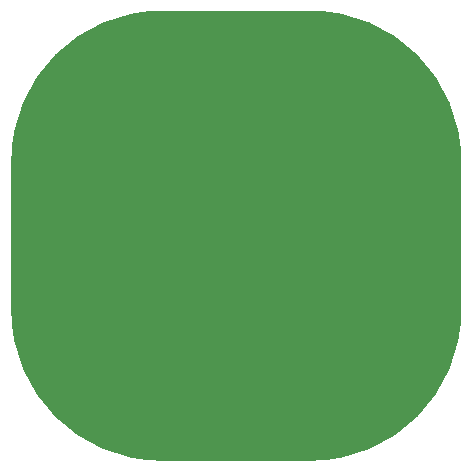
<source format=gbr>
%FSLAX11Y11*%%MOIN*%%ADD10R,1.0X0.5*%G74*G36*X05Y0D02*G01X10D01*G03X15Y05J05D01*G01Y10D01*G03X10Y15I05D01*G01X05D01*G03X0Y10J05D01*G01Y05D01*G03X05Y0I05D01*G37*M02*
</source>
